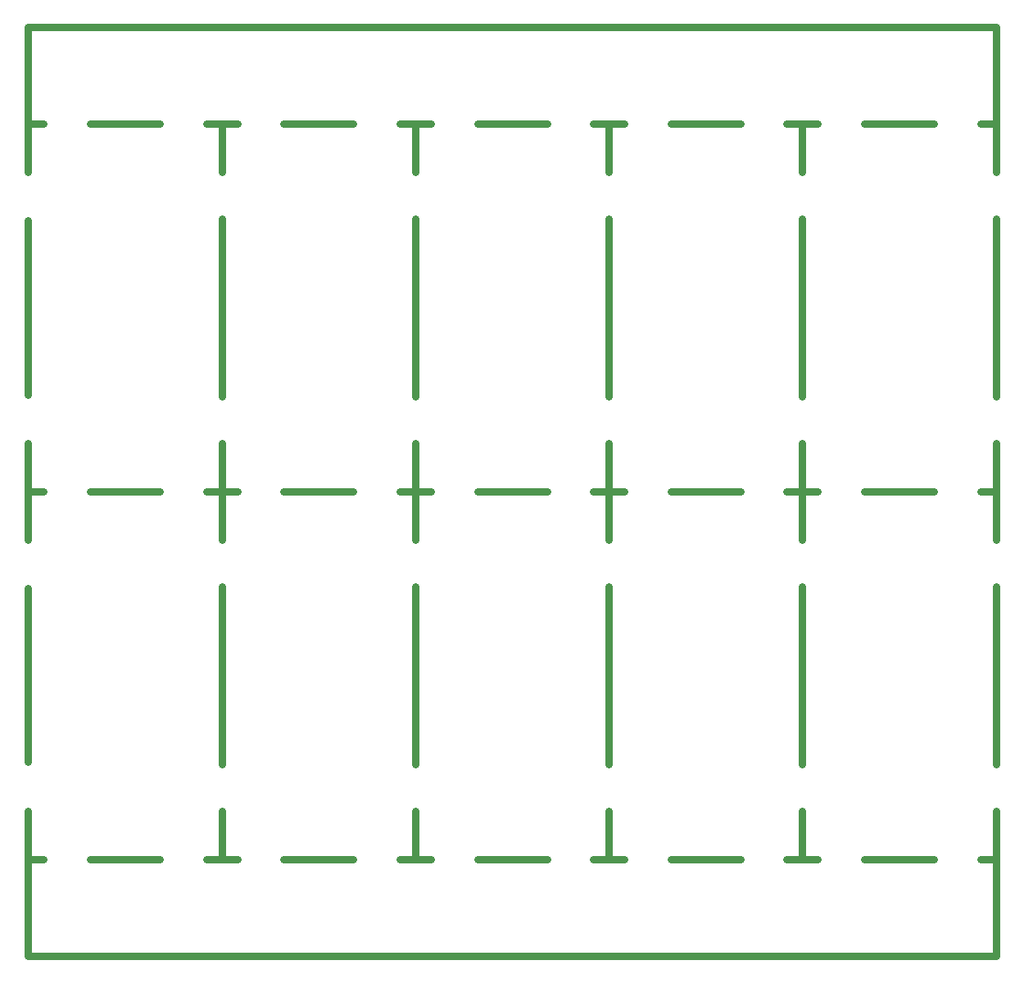
<source format=gbr>
G04 #@! TF.FileFunction,Profile,NP*
%FSLAX46Y46*%
G04 Gerber Fmt 4.6, Leading zero omitted, Abs format (unit mm)*
G04 Created by KiCad (PCBNEW 4.0.2+dfsg1-stable) date Mi 04 Jan 2017 18:28:04 CET*
%MOMM*%
G01*
G04 APERTURE LIST*
%ADD10C,0.100000*%
%ADD11C,0.800000*%
G04 APERTURE END LIST*
D10*
D11*
X70000000Y-106000000D02*
X70000000Y-116000000D01*
X170000000Y-106000000D02*
X170000000Y-116000000D01*
X170000000Y-116000000D02*
X70000000Y-116000000D01*
X170000000Y-20000000D02*
X70000000Y-20000000D01*
X170000000Y-20000000D02*
X170000000Y-30000000D01*
X70000000Y-20000000D02*
X70000000Y-30000000D01*
X170000000Y-106000000D02*
X170000000Y-101000000D01*
X170000000Y-96200000D02*
X170000000Y-77800000D01*
X156400000Y-106000000D02*
X163600000Y-106000000D01*
X168400000Y-106000000D02*
X170000000Y-106000000D01*
X150000000Y-106000000D02*
X151600000Y-106000000D01*
X170000000Y-58200000D02*
X170000000Y-39800000D01*
X170000000Y-68000000D02*
X170000000Y-63000000D01*
X150000000Y-68000000D02*
X151600000Y-68000000D01*
X170000000Y-68000000D02*
X170000000Y-73000000D01*
X156400000Y-68000000D02*
X163600000Y-68000000D01*
X168400000Y-68000000D02*
X170000000Y-68000000D01*
X170000000Y-30000000D02*
X170000000Y-35000000D01*
X156400000Y-30000000D02*
X163600000Y-30000000D01*
X168400000Y-30000000D02*
X170000000Y-30000000D01*
X150000000Y-30000000D02*
X151600000Y-30000000D01*
X150000000Y-106000000D02*
X150000000Y-101000000D01*
X150000000Y-96200000D02*
X150000000Y-77800000D01*
X136400000Y-106000000D02*
X143600000Y-106000000D01*
X148400000Y-106000000D02*
X150000000Y-106000000D01*
X130000000Y-106000000D02*
X131600000Y-106000000D01*
X150000000Y-58200000D02*
X150000000Y-39800000D01*
X150000000Y-68000000D02*
X150000000Y-63000000D01*
X130000000Y-68000000D02*
X131600000Y-68000000D01*
X150000000Y-68000000D02*
X150000000Y-73000000D01*
X136400000Y-68000000D02*
X143600000Y-68000000D01*
X148400000Y-68000000D02*
X150000000Y-68000000D01*
X150000000Y-30000000D02*
X150000000Y-35000000D01*
X136400000Y-30000000D02*
X143600000Y-30000000D01*
X148400000Y-30000000D02*
X150000000Y-30000000D01*
X130000000Y-30000000D02*
X131600000Y-30000000D01*
X130000000Y-106000000D02*
X130000000Y-101000000D01*
X130000000Y-96200000D02*
X130000000Y-77800000D01*
X116400000Y-106000000D02*
X123600000Y-106000000D01*
X128400000Y-106000000D02*
X130000000Y-106000000D01*
X110000000Y-106000000D02*
X111600000Y-106000000D01*
X130000000Y-58200000D02*
X130000000Y-39800000D01*
X130000000Y-68000000D02*
X130000000Y-63000000D01*
X110000000Y-68000000D02*
X111600000Y-68000000D01*
X130000000Y-68000000D02*
X130000000Y-73000000D01*
X116400000Y-68000000D02*
X123600000Y-68000000D01*
X128400000Y-68000000D02*
X130000000Y-68000000D01*
X130000000Y-30000000D02*
X130000000Y-35000000D01*
X116400000Y-30000000D02*
X123600000Y-30000000D01*
X128400000Y-30000000D02*
X130000000Y-30000000D01*
X110000000Y-30000000D02*
X111600000Y-30000000D01*
X110000000Y-30000000D02*
X110000000Y-35000000D01*
X108400000Y-30000000D02*
X110000000Y-30000000D01*
X110000000Y-58200000D02*
X110000000Y-39800000D01*
X90000000Y-30000000D02*
X91600000Y-30000000D01*
X96400000Y-30000000D02*
X103600000Y-30000000D01*
X96400000Y-106000000D02*
X103600000Y-106000000D01*
X108400000Y-106000000D02*
X110000000Y-106000000D01*
X110000000Y-106000000D02*
X110000000Y-101000000D01*
X90000000Y-106000000D02*
X91600000Y-106000000D01*
X110000000Y-96200000D02*
X110000000Y-77800000D01*
X110000000Y-68000000D02*
X110000000Y-73000000D01*
X90000000Y-68000000D02*
X91600000Y-68000000D01*
X110000000Y-68000000D02*
X110000000Y-63000000D01*
X108400000Y-68000000D02*
X110000000Y-68000000D01*
X96400000Y-68000000D02*
X103600000Y-68000000D01*
X90000000Y-68000000D02*
X90000000Y-73000000D01*
X70000000Y-68000000D02*
X70000000Y-73000000D01*
X70000000Y-106000000D02*
X70000000Y-101000000D01*
X70000000Y-106000000D02*
X71600000Y-106000000D01*
X76400000Y-106000000D02*
X83600000Y-106000000D01*
X88400000Y-106000000D02*
X90000000Y-106000000D01*
X70000000Y-78000000D02*
X70000000Y-96000000D01*
X90000000Y-96200000D02*
X90000000Y-77800000D01*
X90000000Y-106000000D02*
X90000000Y-101000000D01*
X88400000Y-68000000D02*
X90000000Y-68000000D01*
X76400000Y-68000000D02*
X83600000Y-68000000D01*
X70000000Y-68000000D02*
X71600000Y-68000000D01*
X90000000Y-68000000D02*
X90000000Y-63000000D01*
X70000000Y-68000000D02*
X70000000Y-63000000D01*
X90000000Y-30000000D02*
X90000000Y-35000000D01*
X70000000Y-30000000D02*
X70000000Y-35000000D01*
X76400000Y-30000000D02*
X83600000Y-30000000D01*
X70000000Y-30000000D02*
X71600000Y-30000000D01*
X88400000Y-30000000D02*
X90000000Y-30000000D01*
X90000000Y-58200000D02*
X90000000Y-39800000D01*
X70000000Y-40000000D02*
X70000000Y-58000000D01*
M02*

</source>
